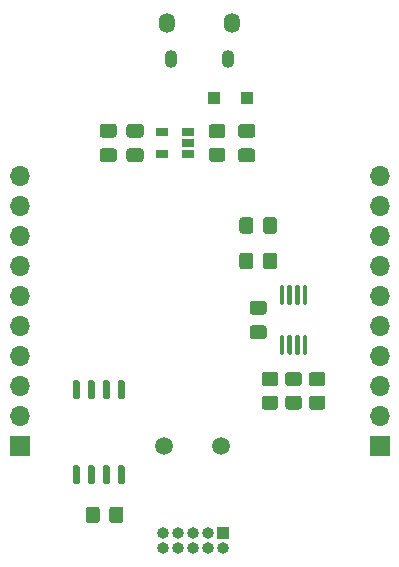
<source format=gbr>
G04 #@! TF.GenerationSoftware,KiCad,Pcbnew,(5.1.9)-1*
G04 #@! TF.CreationDate,2021-04-03T09:41:49-07:00*
G04 #@! TF.ProjectId,Avionics,4176696f-6e69-4637-932e-6b696361645f,rev?*
G04 #@! TF.SameCoordinates,Original*
G04 #@! TF.FileFunction,Soldermask,Bot*
G04 #@! TF.FilePolarity,Negative*
%FSLAX46Y46*%
G04 Gerber Fmt 4.6, Leading zero omitted, Abs format (unit mm)*
G04 Created by KiCad (PCBNEW (5.1.9)-1) date 2021-04-03 09:41:49*
%MOMM*%
%LPD*%
G01*
G04 APERTURE LIST*
%ADD10R,1.700000X1.700000*%
%ADD11O,1.700000X1.700000*%
%ADD12R,1.100000X1.100000*%
%ADD13R,1.000000X1.000000*%
%ADD14O,1.000000X1.000000*%
%ADD15O,1.100000X1.500000*%
%ADD16O,1.350000X1.700000*%
%ADD17R,1.060000X0.650000*%
%ADD18C,1.500000*%
G04 APERTURE END LIST*
D10*
X192280000Y-96700000D03*
D11*
X192280000Y-94160000D03*
X192280000Y-91620000D03*
X192280000Y-89080000D03*
X192280000Y-86540000D03*
X192280000Y-84000000D03*
X192280000Y-81460000D03*
X192280000Y-78920000D03*
X192280000Y-76380000D03*
X192280000Y-73840000D03*
D12*
X178290000Y-67240000D03*
X181090000Y-67240000D03*
D13*
X179000000Y-104000000D03*
D14*
X179000000Y-105270000D03*
X177730000Y-104000000D03*
X177730000Y-105270000D03*
X176460000Y-104000000D03*
X176460000Y-105270000D03*
X175190000Y-104000000D03*
X175190000Y-105270000D03*
X173920000Y-104000000D03*
X173920000Y-105270000D03*
D15*
X179445000Y-63885000D03*
X174605000Y-63885000D03*
D16*
X179755000Y-60885000D03*
X174295000Y-60885000D03*
G36*
G01*
X178980001Y-70610000D02*
X178079999Y-70610000D01*
G75*
G02*
X177830000Y-70360001I0J249999D01*
G01*
X177830000Y-69659999D01*
G75*
G02*
X178079999Y-69410000I249999J0D01*
G01*
X178980001Y-69410000D01*
G75*
G02*
X179230000Y-69659999I0J-249999D01*
G01*
X179230000Y-70360001D01*
G75*
G02*
X178980001Y-70610000I-249999J0D01*
G01*
G37*
G36*
G01*
X178980001Y-72610000D02*
X178079999Y-72610000D01*
G75*
G02*
X177830000Y-72360001I0J249999D01*
G01*
X177830000Y-71659999D01*
G75*
G02*
X178079999Y-71410000I249999J0D01*
G01*
X178980001Y-71410000D01*
G75*
G02*
X179230000Y-71659999I0J-249999D01*
G01*
X179230000Y-72360001D01*
G75*
G02*
X178980001Y-72610000I-249999J0D01*
G01*
G37*
G36*
G01*
X168600000Y-102049999D02*
X168600000Y-102950001D01*
G75*
G02*
X168350001Y-103200000I-249999J0D01*
G01*
X167649999Y-103200000D01*
G75*
G02*
X167400000Y-102950001I0J249999D01*
G01*
X167400000Y-102049999D01*
G75*
G02*
X167649999Y-101800000I249999J0D01*
G01*
X168350001Y-101800000D01*
G75*
G02*
X168600000Y-102049999I0J-249999D01*
G01*
G37*
G36*
G01*
X170600000Y-102049999D02*
X170600000Y-102950001D01*
G75*
G02*
X170350001Y-103200000I-249999J0D01*
G01*
X169649999Y-103200000D01*
G75*
G02*
X169400000Y-102950001I0J249999D01*
G01*
X169400000Y-102049999D01*
G75*
G02*
X169649999Y-101800000I249999J0D01*
G01*
X170350001Y-101800000D01*
G75*
G02*
X170600000Y-102049999I0J-249999D01*
G01*
G37*
G36*
G01*
X183450001Y-93600000D02*
X182549999Y-93600000D01*
G75*
G02*
X182300000Y-93350001I0J249999D01*
G01*
X182300000Y-92649999D01*
G75*
G02*
X182549999Y-92400000I249999J0D01*
G01*
X183450001Y-92400000D01*
G75*
G02*
X183700000Y-92649999I0J-249999D01*
G01*
X183700000Y-93350001D01*
G75*
G02*
X183450001Y-93600000I-249999J0D01*
G01*
G37*
G36*
G01*
X183450001Y-91600000D02*
X182549999Y-91600000D01*
G75*
G02*
X182300000Y-91350001I0J249999D01*
G01*
X182300000Y-90649999D01*
G75*
G02*
X182549999Y-90400000I249999J0D01*
G01*
X183450001Y-90400000D01*
G75*
G02*
X183700000Y-90649999I0J-249999D01*
G01*
X183700000Y-91350001D01*
G75*
G02*
X183450001Y-91600000I-249999J0D01*
G01*
G37*
G36*
G01*
X183600000Y-77549999D02*
X183600000Y-78450001D01*
G75*
G02*
X183350001Y-78700000I-249999J0D01*
G01*
X182649999Y-78700000D01*
G75*
G02*
X182400000Y-78450001I0J249999D01*
G01*
X182400000Y-77549999D01*
G75*
G02*
X182649999Y-77300000I249999J0D01*
G01*
X183350001Y-77300000D01*
G75*
G02*
X183600000Y-77549999I0J-249999D01*
G01*
G37*
G36*
G01*
X181600000Y-77549999D02*
X181600000Y-78450001D01*
G75*
G02*
X181350001Y-78700000I-249999J0D01*
G01*
X180649999Y-78700000D01*
G75*
G02*
X180400000Y-78450001I0J249999D01*
G01*
X180400000Y-77549999D01*
G75*
G02*
X180649999Y-77300000I249999J0D01*
G01*
X181350001Y-77300000D01*
G75*
G02*
X181600000Y-77549999I0J-249999D01*
G01*
G37*
G36*
G01*
X185450001Y-91600000D02*
X184549999Y-91600000D01*
G75*
G02*
X184300000Y-91350001I0J249999D01*
G01*
X184300000Y-90649999D01*
G75*
G02*
X184549999Y-90400000I249999J0D01*
G01*
X185450001Y-90400000D01*
G75*
G02*
X185700000Y-90649999I0J-249999D01*
G01*
X185700000Y-91350001D01*
G75*
G02*
X185450001Y-91600000I-249999J0D01*
G01*
G37*
G36*
G01*
X185450001Y-93600000D02*
X184549999Y-93600000D01*
G75*
G02*
X184300000Y-93350001I0J249999D01*
G01*
X184300000Y-92649999D01*
G75*
G02*
X184549999Y-92400000I249999J0D01*
G01*
X185450001Y-92400000D01*
G75*
G02*
X185700000Y-92649999I0J-249999D01*
G01*
X185700000Y-93350001D01*
G75*
G02*
X185450001Y-93600000I-249999J0D01*
G01*
G37*
G36*
G01*
X183600000Y-80549999D02*
X183600000Y-81450001D01*
G75*
G02*
X183350001Y-81700000I-249999J0D01*
G01*
X182649999Y-81700000D01*
G75*
G02*
X182400000Y-81450001I0J249999D01*
G01*
X182400000Y-80549999D01*
G75*
G02*
X182649999Y-80300000I249999J0D01*
G01*
X183350001Y-80300000D01*
G75*
G02*
X183600000Y-80549999I0J-249999D01*
G01*
G37*
G36*
G01*
X181600000Y-80549999D02*
X181600000Y-81450001D01*
G75*
G02*
X181350001Y-81700000I-249999J0D01*
G01*
X180649999Y-81700000D01*
G75*
G02*
X180400000Y-81450001I0J249999D01*
G01*
X180400000Y-80549999D01*
G75*
G02*
X180649999Y-80300000I249999J0D01*
G01*
X181350001Y-80300000D01*
G75*
G02*
X181600000Y-80549999I0J-249999D01*
G01*
G37*
G36*
G01*
X187450001Y-93600000D02*
X186549999Y-93600000D01*
G75*
G02*
X186300000Y-93350001I0J249999D01*
G01*
X186300000Y-92649999D01*
G75*
G02*
X186549999Y-92400000I249999J0D01*
G01*
X187450001Y-92400000D01*
G75*
G02*
X187700000Y-92649999I0J-249999D01*
G01*
X187700000Y-93350001D01*
G75*
G02*
X187450001Y-93600000I-249999J0D01*
G01*
G37*
G36*
G01*
X187450001Y-91600000D02*
X186549999Y-91600000D01*
G75*
G02*
X186300000Y-91350001I0J249999D01*
G01*
X186300000Y-90649999D01*
G75*
G02*
X186549999Y-90400000I249999J0D01*
G01*
X187450001Y-90400000D01*
G75*
G02*
X187700000Y-90649999I0J-249999D01*
G01*
X187700000Y-91350001D01*
G75*
G02*
X187450001Y-91600000I-249999J0D01*
G01*
G37*
D17*
X176100000Y-70050000D03*
X176100000Y-71000000D03*
X176100000Y-71950000D03*
X173900000Y-71950000D03*
X173900000Y-70050000D03*
G36*
G01*
X183925000Y-83075000D02*
X184125000Y-83075000D01*
G75*
G02*
X184225000Y-83175000I0J-100000D01*
G01*
X184225000Y-84600000D01*
G75*
G02*
X184125000Y-84700000I-100000J0D01*
G01*
X183925000Y-84700000D01*
G75*
G02*
X183825000Y-84600000I0J100000D01*
G01*
X183825000Y-83175000D01*
G75*
G02*
X183925000Y-83075000I100000J0D01*
G01*
G37*
G36*
G01*
X184575000Y-83075000D02*
X184775000Y-83075000D01*
G75*
G02*
X184875000Y-83175000I0J-100000D01*
G01*
X184875000Y-84600000D01*
G75*
G02*
X184775000Y-84700000I-100000J0D01*
G01*
X184575000Y-84700000D01*
G75*
G02*
X184475000Y-84600000I0J100000D01*
G01*
X184475000Y-83175000D01*
G75*
G02*
X184575000Y-83075000I100000J0D01*
G01*
G37*
G36*
G01*
X185225000Y-83075000D02*
X185425000Y-83075000D01*
G75*
G02*
X185525000Y-83175000I0J-100000D01*
G01*
X185525000Y-84600000D01*
G75*
G02*
X185425000Y-84700000I-100000J0D01*
G01*
X185225000Y-84700000D01*
G75*
G02*
X185125000Y-84600000I0J100000D01*
G01*
X185125000Y-83175000D01*
G75*
G02*
X185225000Y-83075000I100000J0D01*
G01*
G37*
G36*
G01*
X185875000Y-83075000D02*
X186075000Y-83075000D01*
G75*
G02*
X186175000Y-83175000I0J-100000D01*
G01*
X186175000Y-84600000D01*
G75*
G02*
X186075000Y-84700000I-100000J0D01*
G01*
X185875000Y-84700000D01*
G75*
G02*
X185775000Y-84600000I0J100000D01*
G01*
X185775000Y-83175000D01*
G75*
G02*
X185875000Y-83075000I100000J0D01*
G01*
G37*
G36*
G01*
X185875000Y-87300000D02*
X186075000Y-87300000D01*
G75*
G02*
X186175000Y-87400000I0J-100000D01*
G01*
X186175000Y-88825000D01*
G75*
G02*
X186075000Y-88925000I-100000J0D01*
G01*
X185875000Y-88925000D01*
G75*
G02*
X185775000Y-88825000I0J100000D01*
G01*
X185775000Y-87400000D01*
G75*
G02*
X185875000Y-87300000I100000J0D01*
G01*
G37*
G36*
G01*
X185225000Y-87300000D02*
X185425000Y-87300000D01*
G75*
G02*
X185525000Y-87400000I0J-100000D01*
G01*
X185525000Y-88825000D01*
G75*
G02*
X185425000Y-88925000I-100000J0D01*
G01*
X185225000Y-88925000D01*
G75*
G02*
X185125000Y-88825000I0J100000D01*
G01*
X185125000Y-87400000D01*
G75*
G02*
X185225000Y-87300000I100000J0D01*
G01*
G37*
G36*
G01*
X184575000Y-87300000D02*
X184775000Y-87300000D01*
G75*
G02*
X184875000Y-87400000I0J-100000D01*
G01*
X184875000Y-88825000D01*
G75*
G02*
X184775000Y-88925000I-100000J0D01*
G01*
X184575000Y-88925000D01*
G75*
G02*
X184475000Y-88825000I0J100000D01*
G01*
X184475000Y-87400000D01*
G75*
G02*
X184575000Y-87300000I100000J0D01*
G01*
G37*
G36*
G01*
X183925000Y-87300000D02*
X184125000Y-87300000D01*
G75*
G02*
X184225000Y-87400000I0J-100000D01*
G01*
X184225000Y-88825000D01*
G75*
G02*
X184125000Y-88925000I-100000J0D01*
G01*
X183925000Y-88925000D01*
G75*
G02*
X183825000Y-88825000I0J100000D01*
G01*
X183825000Y-87400000D01*
G75*
G02*
X183925000Y-87300000I100000J0D01*
G01*
G37*
G36*
G01*
X170555000Y-99900000D02*
X170255000Y-99900000D01*
G75*
G02*
X170105000Y-99750000I0J150000D01*
G01*
X170105000Y-98450000D01*
G75*
G02*
X170255000Y-98300000I150000J0D01*
G01*
X170555000Y-98300000D01*
G75*
G02*
X170705000Y-98450000I0J-150000D01*
G01*
X170705000Y-99750000D01*
G75*
G02*
X170555000Y-99900000I-150000J0D01*
G01*
G37*
G36*
G01*
X169285000Y-99900000D02*
X168985000Y-99900000D01*
G75*
G02*
X168835000Y-99750000I0J150000D01*
G01*
X168835000Y-98450000D01*
G75*
G02*
X168985000Y-98300000I150000J0D01*
G01*
X169285000Y-98300000D01*
G75*
G02*
X169435000Y-98450000I0J-150000D01*
G01*
X169435000Y-99750000D01*
G75*
G02*
X169285000Y-99900000I-150000J0D01*
G01*
G37*
G36*
G01*
X168015000Y-99900000D02*
X167715000Y-99900000D01*
G75*
G02*
X167565000Y-99750000I0J150000D01*
G01*
X167565000Y-98450000D01*
G75*
G02*
X167715000Y-98300000I150000J0D01*
G01*
X168015000Y-98300000D01*
G75*
G02*
X168165000Y-98450000I0J-150000D01*
G01*
X168165000Y-99750000D01*
G75*
G02*
X168015000Y-99900000I-150000J0D01*
G01*
G37*
G36*
G01*
X166745000Y-99900000D02*
X166445000Y-99900000D01*
G75*
G02*
X166295000Y-99750000I0J150000D01*
G01*
X166295000Y-98450000D01*
G75*
G02*
X166445000Y-98300000I150000J0D01*
G01*
X166745000Y-98300000D01*
G75*
G02*
X166895000Y-98450000I0J-150000D01*
G01*
X166895000Y-99750000D01*
G75*
G02*
X166745000Y-99900000I-150000J0D01*
G01*
G37*
G36*
G01*
X166745000Y-92700000D02*
X166445000Y-92700000D01*
G75*
G02*
X166295000Y-92550000I0J150000D01*
G01*
X166295000Y-91250000D01*
G75*
G02*
X166445000Y-91100000I150000J0D01*
G01*
X166745000Y-91100000D01*
G75*
G02*
X166895000Y-91250000I0J-150000D01*
G01*
X166895000Y-92550000D01*
G75*
G02*
X166745000Y-92700000I-150000J0D01*
G01*
G37*
G36*
G01*
X168015000Y-92700000D02*
X167715000Y-92700000D01*
G75*
G02*
X167565000Y-92550000I0J150000D01*
G01*
X167565000Y-91250000D01*
G75*
G02*
X167715000Y-91100000I150000J0D01*
G01*
X168015000Y-91100000D01*
G75*
G02*
X168165000Y-91250000I0J-150000D01*
G01*
X168165000Y-92550000D01*
G75*
G02*
X168015000Y-92700000I-150000J0D01*
G01*
G37*
G36*
G01*
X169285000Y-92700000D02*
X168985000Y-92700000D01*
G75*
G02*
X168835000Y-92550000I0J150000D01*
G01*
X168835000Y-91250000D01*
G75*
G02*
X168985000Y-91100000I150000J0D01*
G01*
X169285000Y-91100000D01*
G75*
G02*
X169435000Y-91250000I0J-150000D01*
G01*
X169435000Y-92550000D01*
G75*
G02*
X169285000Y-92700000I-150000J0D01*
G01*
G37*
G36*
G01*
X170555000Y-92700000D02*
X170255000Y-92700000D01*
G75*
G02*
X170105000Y-92550000I0J150000D01*
G01*
X170105000Y-91250000D01*
G75*
G02*
X170255000Y-91100000I150000J0D01*
G01*
X170555000Y-91100000D01*
G75*
G02*
X170705000Y-91250000I0J-150000D01*
G01*
X170705000Y-92550000D01*
G75*
G02*
X170555000Y-92700000I-150000J0D01*
G01*
G37*
D18*
X174000000Y-96700000D03*
X178880000Y-96700000D03*
D10*
X161800000Y-96700000D03*
D11*
X161800000Y-94160000D03*
X161800000Y-91620000D03*
X161800000Y-89080000D03*
X161800000Y-86540000D03*
X161800000Y-84000000D03*
X161800000Y-81460000D03*
X161800000Y-78920000D03*
X161800000Y-76380000D03*
X161800000Y-73840000D03*
G36*
G01*
X180555000Y-69405000D02*
X181505000Y-69405000D01*
G75*
G02*
X181755000Y-69655000I0J-250000D01*
G01*
X181755000Y-70330000D01*
G75*
G02*
X181505000Y-70580000I-250000J0D01*
G01*
X180555000Y-70580000D01*
G75*
G02*
X180305000Y-70330000I0J250000D01*
G01*
X180305000Y-69655000D01*
G75*
G02*
X180555000Y-69405000I250000J0D01*
G01*
G37*
G36*
G01*
X180555000Y-71480000D02*
X181505000Y-71480000D01*
G75*
G02*
X181755000Y-71730000I0J-250000D01*
G01*
X181755000Y-72405000D01*
G75*
G02*
X181505000Y-72655000I-250000J0D01*
G01*
X180555000Y-72655000D01*
G75*
G02*
X180305000Y-72405000I0J250000D01*
G01*
X180305000Y-71730000D01*
G75*
G02*
X180555000Y-71480000I250000J0D01*
G01*
G37*
G36*
G01*
X168835000Y-71460000D02*
X169785000Y-71460000D01*
G75*
G02*
X170035000Y-71710000I0J-250000D01*
G01*
X170035000Y-72385000D01*
G75*
G02*
X169785000Y-72635000I-250000J0D01*
G01*
X168835000Y-72635000D01*
G75*
G02*
X168585000Y-72385000I0J250000D01*
G01*
X168585000Y-71710000D01*
G75*
G02*
X168835000Y-71460000I250000J0D01*
G01*
G37*
G36*
G01*
X168835000Y-69385000D02*
X169785000Y-69385000D01*
G75*
G02*
X170035000Y-69635000I0J-250000D01*
G01*
X170035000Y-70310000D01*
G75*
G02*
X169785000Y-70560000I-250000J0D01*
G01*
X168835000Y-70560000D01*
G75*
G02*
X168585000Y-70310000I0J250000D01*
G01*
X168585000Y-69635000D01*
G75*
G02*
X168835000Y-69385000I250000J0D01*
G01*
G37*
G36*
G01*
X171105000Y-69385000D02*
X172055000Y-69385000D01*
G75*
G02*
X172305000Y-69635000I0J-250000D01*
G01*
X172305000Y-70310000D01*
G75*
G02*
X172055000Y-70560000I-250000J0D01*
G01*
X171105000Y-70560000D01*
G75*
G02*
X170855000Y-70310000I0J250000D01*
G01*
X170855000Y-69635000D01*
G75*
G02*
X171105000Y-69385000I250000J0D01*
G01*
G37*
G36*
G01*
X171105000Y-71460000D02*
X172055000Y-71460000D01*
G75*
G02*
X172305000Y-71710000I0J-250000D01*
G01*
X172305000Y-72385000D01*
G75*
G02*
X172055000Y-72635000I-250000J0D01*
G01*
X171105000Y-72635000D01*
G75*
G02*
X170855000Y-72385000I0J250000D01*
G01*
X170855000Y-71710000D01*
G75*
G02*
X171105000Y-71460000I250000J0D01*
G01*
G37*
G36*
G01*
X182475000Y-85550000D02*
X181525000Y-85550000D01*
G75*
G02*
X181275000Y-85300000I0J250000D01*
G01*
X181275000Y-84625000D01*
G75*
G02*
X181525000Y-84375000I250000J0D01*
G01*
X182475000Y-84375000D01*
G75*
G02*
X182725000Y-84625000I0J-250000D01*
G01*
X182725000Y-85300000D01*
G75*
G02*
X182475000Y-85550000I-250000J0D01*
G01*
G37*
G36*
G01*
X182475000Y-87625000D02*
X181525000Y-87625000D01*
G75*
G02*
X181275000Y-87375000I0J250000D01*
G01*
X181275000Y-86700000D01*
G75*
G02*
X181525000Y-86450000I250000J0D01*
G01*
X182475000Y-86450000D01*
G75*
G02*
X182725000Y-86700000I0J-250000D01*
G01*
X182725000Y-87375000D01*
G75*
G02*
X182475000Y-87625000I-250000J0D01*
G01*
G37*
M02*

</source>
